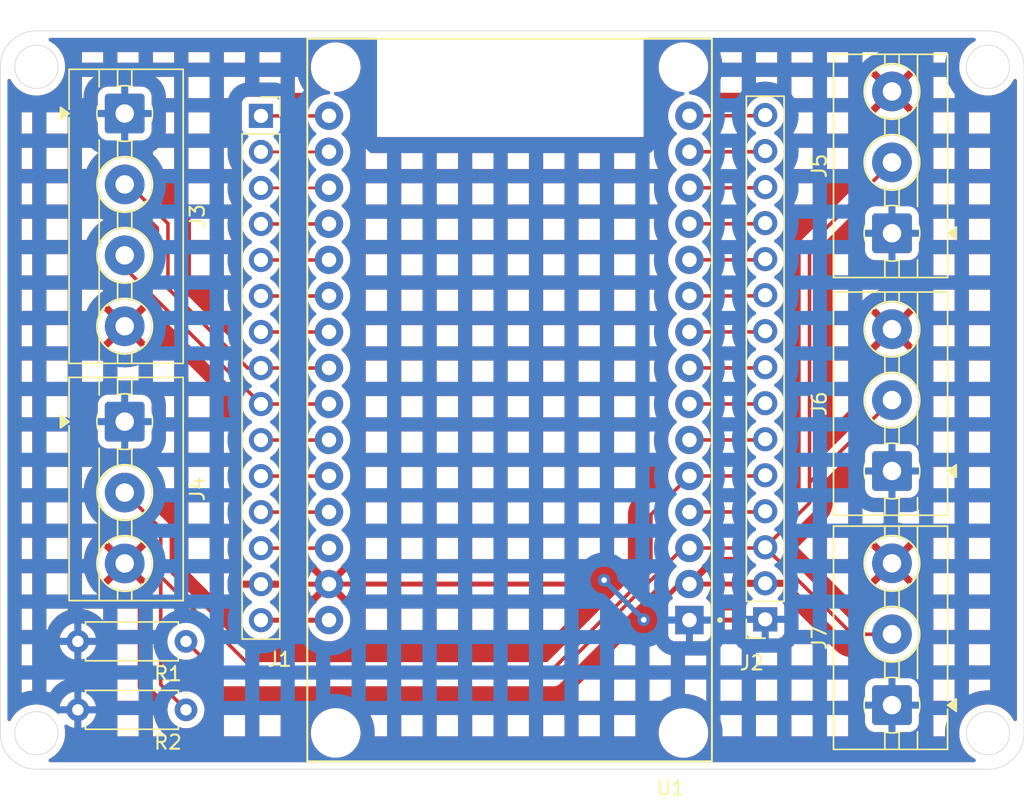
<source format=kicad_pcb>
(kicad_pcb (version 20240108) (generator "pcbnew") (generator_version "8.0")
  (title_block (title "${projectName}") (date "2025-01-24") (rev "${revision}"))
  (layers (0 "F.Cu" mixed) (31 "B.Cu" mixed) (34 "B.Paste" user) (35 "F.Paste" user) (36 "B.SilkS" user "B.Silkscreen") (37 "F.SilkS" user "F.Silkscreen") (38 "B.Mask" user) (39 "F.Mask" user) (44 "Edge.Cuts" user))
  (property "projectName" "Germinator PCB Board")
  (property "revision" "1.0")
  (net 0 "")
  (net 1 "/D27")
  (net 2 "/VP")
  (net 3 "/VIN")
  (net 4 "/D32")
  (net 5 "/D12")
  (net 6 "/D13")
  (net 7 "/D26")
  (net 8 "GND")
  (net 9 "/EN")
  (net 10 "/D14")
  (net 11 "/VN")
  (net 12 "/D25")
  (net 13 "/D35")
  (net 14 "/D33")
  (net 15 "/D34")
  (net 16 "/TX0")
  (net 17 "/D4")
  (net 18 "/Vcc")
  (net 19 "/D21")
  (net 20 "/D22")
  (net 21 "/D19")
  (net 22 "/D5")
  (net 23 "/RX0")
  (net 24 "/RX2")
  (net 25 "/D15")
  (net 26 "/TX2")
  (net 27 "/D18")
  (net 28 "/D2")
  (net 29 "/D23")
  (footprint "germinator-pcb-board-libraries:ESP32_DEVKIT_V1" (layer "F.Cu") (at 139.364 88.9 180)
    (property "Reference" "U1" (at -11.355 -27.36 0) (layer "F.SilkS"))
    (property "Value" "ESP32-DEVKIT-V1")
    (fp_line (start 14.23 25.475) (end -14.28 25.475) (stroke (width 0.127)) (layer "F.SilkS"))
    (fp_line (start 14.23 -25.475) (end 14.23 25.475) (stroke (width 0.127)) (layer "F.SilkS"))
    (fp_line (start 14.23 -25.475) (end 14.23 25.475) (stroke (width 0.127)) (layer "F.SilkS"))
    (fp_line (start 8.78 25.475) (end 14.23 25.475) (stroke (width 0.127)) (layer "F.SilkS"))
    (fp_line (start 3.5 -25.475) (end 14.23 -25.475) (stroke (width 0.127)) (layer "F.SilkS"))
    (fp_line (start -3.211 -25.475) (end 3.5 -25.475) (stroke (width 0.127)) (layer "F.SilkS"))
    (fp_line (start -8.91 25.475) (end 8.78 25.475) (stroke (width 0.127)) (layer "F.SilkS"))
    (fp_line (start -14.28 25.475) (end -8.91 25.475) (stroke (width 0.127)) (layer "F.SilkS"))
    (fp_line (start -14.28 25.475) (end -14.28 -25.475) (stroke (width 0.127)) (layer "F.SilkS"))
    (fp_line (start -14.28 25.475) (end -14.28 -25.475) (stroke (width 0.127)) (layer "F.SilkS"))
    (fp_line (start -14.28 -25.475) (end 14.23 -25.475) (stroke (width 0.127)) (layer "F.SilkS"))
    (fp_line (start -14.28 -25.475) (end -3.211 -25.475) (stroke (width 0.127)) (layer "F.SilkS"))
    (fp_circle (center -14.85 -15.515) (end -14.75 -15.515) (stroke (width 0.2)) (fill none) (layer "F.SilkS"))
    (pad "" np_thru_hole circle (at -12.28 -23.475 180) (size 3 3) (drill 3) (layers "*.Cu" "*.Mask"))
    (pad "" np_thru_hole circle (at -12.28 23.475 180) (size 3 3) (drill 3) (layers "*.Cu" "*.Mask"))
    (pad "" np_thru_hole circle (at 12.23 -23.475 180) (size 3 3) (drill 3) (layers "*.Cu" "*.Mask"))
    (pad "" np_thru_hole circle (at 12.23 23.475 180) (size 3 3) (drill 3) (layers "*.Cu" "*.Mask"))
    (pad "1" thru_hole rect (at -12.7 -15.515 180) (size 2 2) (drill 1.02) (layers "*.Cu" "*.Mask") (net 18 "/Vcc"))
    (pad "2" thru_hole circle (at -12.7 -12.975 180) (size 2 2) (drill 1.02) (layers "*.Cu" "*.Mask") (net 8 "GND"))
    (pad "3" thru_hole circle (at -12.7 -10.435 180) (size 2 2) (drill 1.02) (layers "*.Cu" "*.Mask") (net 25 "/D15"))
    (pad "4" thru_hole circle (at -12.7 -7.895 180) (size 2 2) (drill 1.02) (layers "*.Cu" "*.Mask") (net 28 "/D2"))
    (pad "5" thru_hole circle (at -12.7 -5.355 180) (size 2 2) (drill 1.02) (layers "*.Cu" "*.Mask") (net 17 "/D4"))
    (pad "6" thru_hole circle (at -12.7 -2.815 180) (size 2 2) (drill 1.02) (layers "*.Cu" "*.Mask") (net 24 "/RX2"))
    (pad "7" thru_hole circle (at -12.7 -0.275 180) (size 2 2) (drill 1.02) (layers "*.Cu" "*.Mask") (net 26 "/TX2"))
    (pad "8" thru_hole circle (at -12.7 2.265 180) (size 2 2) (drill 1.02) (layers "*.Cu" "*.Mask") (net 22 "/D5"))
    (pad "9" thru_hole circle (at -12.7 4.805 180) (size 2 2) (drill 1.02) (layers "*.Cu" "*.Mask") (net 27 "/D18"))
    (pad "10" thru_hole circle (at -12.7 7.345 180) (size 2 2) (drill 1.02) (layers "*.Cu" "*.Mask") (net 21 "/D19"))
    (pad "11" thru_hole circle (at -12.7 9.885 180) (size 2 2) (drill 1.02) (layers "*.Cu" "*.Mask") (net 19 "/D21"))
    (pad "12" thru_hole circle (at -12.7 12.425 180) (size 2 2) (drill 1.02) (layers "*.Cu" "*.Mask") (net 23 "/RX0"))
    (pad "13" thru_hole circle (at -12.7 14.965 180) (size 2 2) (drill 1.02) (layers "*.Cu" "*.Mask") (net 16 "/TX0"))
    (pad "14" thru_hole circle (at -12.7 17.505 180) (size 2 2) (drill 1.02) (layers "*.Cu" "*.Mask") (net 20 "/D22"))
    (pad "15" thru_hole circle (at -12.7 20.045 180) (size 2 2) (drill 1.02) (layers "*.Cu" "*.Mask") (net 29 "/D23"))
    (pad "16" thru_hole circle (at 12.7 20.045 180) (size 2 2) (drill 1.02) (layers "*.Cu" "*.Mask") (net 9 "/EN"))
    (pad "17" thru_hole circle (at 12.7 17.505 180) (size 2 2) (drill 1.02) (layers "*.Cu" "*.Mask") (net 2 "/VP"))
    (pad "18" thru_hole circle (at 12.7 14.965 180) (size 2 2) (drill 1.02) (layers "*.Cu" "*.Mask") (net 11 "/VN"))
    (pad "19" thru_hole circle (at 12.7 12.425 180) (size 2 2) (drill 1.02) (layers "*.Cu" "*.Mask") (net 15 "/D34"))
    (pad "20" thru_hole circle (at 12.7 9.885 180) (size 2 2) (drill 1.02) (layers "*.Cu" "*.Mask") (net 13 "/D35"))
    (pad "21" thru_hole circle (at 12.7 7.345 180) (size 2 2) (drill 1.02) (layers "*.Cu" "*.Mask") (net 4 "/D32"))
    (pad "22" thru_hole circle (at 12.7 4.805 180) (size 2 2) (drill 1.02) (layers "*.Cu" "*.Mask") (net 14 "/D33"))
    (pad "23" thru_hole circle (at 12.7 2.265 180) (size 2 2) (drill 1.02) (layers "*.Cu" "*.Mask") (net 12 "/D25"))
    (pad "24" thru_hole circle (at 12.7 -0.275 180) (size 2 2) (drill 1.02) (layers "*.Cu" "*.Mask") (net 7 "/D26"))
    (pad "25" thru_hole circle (at 12.7 -2.815 180) (size 2 2) (drill 1.02) (layers "*.Cu" "*.Mask") (net 1 "/D27"))
    (pad "26" thru_hole circle (at 12.7 -5.355 180) (size 2 2) (drill 1.02) (layers "*.Cu" "*.Mask") (net 10 "/D14"))
    (pad "27" thru_hole circle (at 12.7 -7.895 180) (size 2 2) (drill 1.02) (layers "*.Cu" "*.Mask") (net 5 "/D12"))
    (pad "28" thru_hole circle (at 12.7 -10.435 180) (size 2 2) (drill 1.02) (layers "*.Cu" "*.Mask") (net 6 "/D13"))
    (pad "29" thru_hole circle (at 12.7 -12.975 180) (size 2 2) (drill 1.02) (layers "*.Cu" "*.Mask") (net 8 "GND"))
    (pad "30" thru_hole circle (at 12.7 -15.515 180) (size 2 2) (drill 1.02) (layers "*.Cu" "*.Mask") (net 3 "/VIN"))
    (zone (net 0) (net_name "") (layer "F.Cu") (connect_pads (clearance 0)) (min_thickness 0.01)
      (keepout (tracks not_allowed) (vias not_allowed) (pads not_allowed) (copperpour not_allowed) (footprints allowed))
      (fill (thermal_gap 0.508) (thermal_bridge_width 0.508))
      (polygon (pts (xy 148.274 69.915) (xy 130.584 69.915) (xy 130.584 63.425) (xy 148.274 63.425)))
    )
    (zone (net 0) (net_name "") (layer "B.Cu") (connect_pads (clearance 0)) (min_thickness 0.01)
      (keepout (tracks not_allowed) (vias not_allowed) (pads not_allowed) (copperpour not_allowed) (footprints allowed))
      (fill (thermal_gap 0.508) (thermal_bridge_width 0.508))
      (polygon (pts (xy 148.274 69.915) (xy 130.584 69.915) (xy 130.584 63.425) (xy 148.274 63.425)))
    )
  )
  (footprint "TerminalBlock:TerminalBlock_MaiXu_MX126-5.0-04P_1x04_P5.00mm" (layer "F.Cu") (at 112.268 68.696 -90)
    (property "Reference" "J3" (at 7.25 -5.12 90) (layer "F.SilkS"))
    (property "Value" "Screw_Terminal_01x04" (hide yes))
    (fp_line (start -3.12 3.92) (end -0.3 3.92) (stroke (width 0.12)) (layer "F.SilkS"))
    (fp_line (start 0.3 3.92) (end 17.62 3.92) (stroke (width 0.12)) (layer "F.SilkS"))
    (fp_line (start -3.12 1.8) (end -1.88 1.8) (stroke (width 0.12)) (layer "F.SilkS"))
    (fp_line (start 1.88 1.8) (end 4.457 1.8) (stroke (width 0.12)) (layer "F.SilkS"))
    (fp_line (start 5.543 1.8) (end 9.457 1.8) (stroke (width 0.12)) (layer "F.SilkS"))
    (fp_line (start 10.543 1.8) (end 14.457 1.8) (stroke (width 0.12)) (layer "F.SilkS"))
    (fp_line (start 15.543 1.8) (end 17.62 1.8) (stroke (width 0.12)) (layer "F.SilkS"))
    (fp_line (start 3.795 1.443) (end 3.752 1.486) (stroke (width 0.12)) (layer "F.SilkS"))
    (fp_line (start 8.795 1.443) (end 8.752 1.486) (stroke (width 0.12)) (layer "F.SilkS"))
    (fp_line (start 13.795 1.443) (end 13.752 1.486) (stroke (width 0.12)) (layer "F.SilkS"))
    (fp_line (start 3.556 1.204) (end 3.513 1.247) (stroke (width 0.12)) (layer "F.SilkS"))
    (fp_line (start 8.556 1.204) (end 8.513 1.247) (stroke (width 0.12)) (layer "F.SilkS"))
    (fp_line (start 13.556 1.204) (end 13.513 1.247) (stroke (width 0.12)) (layer "F.SilkS"))
    (fp_line (start -3.12 0.5) (end -1.88 0.5) (stroke (width 0.12)) (layer "F.SilkS"))
    (fp_line (start 1.88 0.5) (end 3.188 0.5) (stroke (width 0.12)) (layer "F.SilkS"))
    (fp_line (start 6.812 0.5) (end 8.188 0.5) (stroke (width 0.12)) (layer "F.SilkS"))
    (fp_line (start 11.812 0.5) (end 13.188 0.5) (stroke (width 0.12)) (layer "F.SilkS"))
    (fp_line (start 16.812 0.5) (end 17.62 0.5) (stroke (width 0.12)) (layer "F.SilkS"))
    (fp_line (start -3.12 -0.5) (end -1.88 -0.5) (stroke (width 0.12)) (layer "F.SilkS"))
    (fp_line (start 1.88 -0.5) (end 3.188 -0.5) (stroke (width 0.12)) (layer "F.SilkS"))
    (fp_line (start 6.812 -0.5) (end 8.188 -0.5) (stroke (width 0.12)) (layer "F.SilkS"))
    (fp_line (start 11.812 -0.5) (end 13.188 -0.5) (stroke (width 0.12)) (layer "F.SilkS"))
    (fp_line (start 16.812 -0.5) (end 17.62 -0.5) (stroke (width 0.12)) (layer "F.SilkS"))
    (fp_line (start 6.487 -1.247) (end 6.444 -1.204) (stroke (width 0.12)) (layer "F.SilkS"))
    (fp_line (start 11.487 -1.247) (end 11.444 -1.204) (stroke (width 0.12)) (layer "F.SilkS"))
    (fp_line (start 16.487 -1.247) (end 16.444 -1.204) (stroke (width 0.12)) (layer "F.SilkS"))
    (fp_line (start 6.247 -1.486) (end 6.204 -1.443) (stroke (width 0.12)) (layer "F.SilkS"))
    (fp_line (start 11.247 -1.486) (end 11.204 -1.443) (stroke (width 0.12)) (layer "F.SilkS"))
    (fp_line (start 16.247 -1.486) (end 16.204 -1.443) (stroke (width 0.12)) (layer "F.SilkS"))
    (fp_line (start -3.12 -4.12) (end -3.12 3.92) (stroke (width 0.12)) (layer "F.SilkS"))
    (fp_line (start -3.12 -4.12) (end 17.62 -4.12) (stroke (width 0.12)) (layer "F.SilkS"))
    (fp_line (start 17.62 -4.12) (end 17.62 3.92) (stroke (width 0.12)) (layer "F.SilkS"))
    (fp_arc (start 0.554 1.88) (mid -0.000246 1.959928) (end -0.554472 1.879861) (stroke (width 0.12)) (layer "F.SilkS"))
    (fp_arc (start -1.88 0.554) (mid -1.959928 -0.000246) (end -1.879861 -0.554472) (stroke (width 0.12)) (layer "F.SilkS"))
    (fp_arc (start 1.88 -0.554) (mid 1.959928 0.000246) (end 1.879861 0.554472) (stroke (width 0.12)) (layer "F.SilkS"))
    (fp_arc (start -0.554 -1.88) (mid 0.000246 -1.959928) (end 0.554472 -1.879861) (stroke (width 0.12)) (layer "F.SilkS"))
    (fp_circle (center 5 0) (end 6.96 0) (stroke (width 0.12)) (fill none) (layer "F.SilkS"))
    (fp_circle (center 10 0) (end 11.96 0) (stroke (width 0.12)) (fill none) (layer "F.SilkS"))
    (fp_circle (center 15 0) (end 16.96 0) (stroke (width 0.12)) (fill none) (layer "F.SilkS"))
    (fp_poly (pts (xy 0 3.92) (xy 0.44 4.53) (xy -0.44 4.53) (xy 0 3.92)) (stroke (width 0.12)) (fill solid) (layer "F.SilkS"))
    (pad "1" thru_hole roundrect (at 0 0 270) (size 2.8 2.8) (drill 1.3) (layers "*.Cu" "*.Mask") (roundrect_rratio 0.089286) (net 18 "/Vcc"))
    (pad "2" thru_hole circle (at 5 0 270) (size 2.8 2.8) (drill 1.3) (layers "*.Cu" "*.Mask") (net 12 "/D25"))
    (pad "3" thru_hole circle (at 10 0 270) (size 2.8 2.8) (drill 1.3) (layers "*.Cu" "*.Mask") (net 7 "/D26"))
    (pad "4" thru_hole circle (at 15 0 270) (size 2.8 2.8) (drill 1.3) (layers "*.Cu" "*.Mask") (net 8 "GND"))
  )
  (footprint "Resistor_THT:R_Axial_DIN0207_L6.3mm_D2.5mm_P7.62mm_Horizontal" (layer "F.Cu") (at 116.586 110.744 180)
    (property "Reference" "R2" (at 1.27 -2.286 0) (layer "F.SilkS"))
    (property "Value" "10 K")
    (fp_line (start 7.08 1.37) (end 7.08 1.04) (stroke (width 0.12)) (layer "F.SilkS"))
    (fp_line (start 7.08 -1.37) (end 7.08 -1.04) (stroke (width 0.12)) (layer "F.SilkS"))
    (fp_line (start 0.54 1.37) (end 7.08 1.37) (stroke (width 0.12)) (layer "F.SilkS"))
    (fp_line (start 0.54 1.04) (end 0.54 1.37) (stroke (width 0.12)) (layer "F.SilkS"))
    (fp_line (start 0.54 -1.04) (end 0.54 -1.37) (stroke (width 0.12)) (layer "F.SilkS"))
    (fp_line (start 0.54 -1.37) (end 7.08 -1.37) (stroke (width 0.12)) (layer "F.SilkS"))
    (pad "1" thru_hole circle (at 0 0 180) (size 1.6 1.6) (drill 0.8) (layers "*.Cu" "*.Mask") (net 17 "/D4"))
    (pad "2" thru_hole oval (at 7.62 0 180) (size 1.6 1.6) (drill 0.8) (layers "*.Cu" "*.Mask") (net 18 "/Vcc"))
  )
  (footprint "Connector_PinSocket_2.54mm:PinSocket_1x15_P2.54mm_Vertical" (layer "F.Cu") (at 157.404 104.364 180)
    (property "Reference" "J2" (at 0.94 -3.078 0) (layer "F.SilkS"))
    (property "Value" "Conn_01x15_Socket" (hide yes))
    (fp_line (start 1.33 1.27) (end 1.33 36.89) (stroke (width 0.12)) (layer "F.SilkS"))
    (fp_line (start 1.33 -1.33) (end 1.33 0) (stroke (width 0.12)) (layer "F.SilkS"))
    (fp_line (start 0 -1.33) (end 1.33 -1.33) (stroke (width 0.12)) (layer "F.SilkS"))
    (fp_line (start -1.33 36.89) (end 1.33 36.89) (stroke (width 0.12)) (layer "F.SilkS"))
    (fp_line (start -1.33 1.27) (end 1.33 1.27) (stroke (width 0.12)) (layer "F.SilkS"))
    (fp_line (start -1.33 1.27) (end -1.33 36.89) (stroke (width 0.12)) (layer "F.SilkS"))
    (pad "1" thru_hole rect (at 0 0 180) (size 1.7 1.7) (drill 1) (layers "*.Cu" "*.Mask") (net 18 "/Vcc"))
    (pad "2" thru_hole oval (at 0 2.54 180) (size 1.7 1.7) (drill 1) (layers "*.Cu" "*.Mask") (net 8 "GND"))
    (pad "3" thru_hole oval (at 0 5.08 180) (size 1.7 1.7) (drill 1) (layers "*.Cu" "*.Mask") (net 25 "/D15"))
    (pad "4" thru_hole oval (at 0 7.62 180) (size 1.7 1.7) (drill 1) (layers "*.Cu" "*.Mask") (net 28 "/D2"))
    (pad "5" thru_hole oval (at 0 10.16 180) (size 1.7 1.7) (drill 1) (layers "*.Cu" "*.Mask") (net 17 "/D4"))
    (pad "6" thru_hole oval (at 0 12.7 180) (size 1.7 1.7) (drill 1) (layers "*.Cu" "*.Mask") (net 24 "/RX2"))
    (pad "7" thru_hole oval (at 0 15.24 180) (size 1.7 1.7) (drill 1) (layers "*.Cu" "*.Mask") (net 26 "/TX2"))
    (pad "8" thru_hole oval (at 0 17.78 180) (size 1.7 1.7) (drill 1) (layers "*.Cu" "*.Mask") (net 22 "/D5"))
    (pad "9" thru_hole oval (at 0 20.32 180) (size 1.7 1.7) (drill 1) (layers "*.Cu" "*.Mask") (net 27 "/D18"))
    (pad "10" thru_hole oval (at 0 22.86 180) (size 1.7 1.7) (drill 1) (layers "*.Cu" "*.Mask") (net 21 "/D19"))
    (pad "11" thru_hole oval (at 0 25.4 180) (size 1.7 1.7) (drill 1) (layers "*.Cu" "*.Mask") (net 19 "/D21"))
    (pad "12" thru_hole oval (at 0 27.94 180) (size 1.7 1.7) (drill 1) (layers "*.Cu" "*.Mask") (net 23 "/RX0"))
    (pad "13" thru_hole oval (at 0 30.48 180) (size 1.7 1.7) (drill 1) (layers "*.Cu" "*.Mask") (net 16 "/TX0"))
    (pad "14" thru_hole oval (at 0 33.02 180) (size 1.7 1.7) (drill 1) (layers "*.Cu" "*.Mask") (net 20 "/D22"))
    (pad "15" thru_hole oval (at 0 35.56 180) (size 1.7 1.7) (drill 1) (layers "*.Cu" "*.Mask") (net 29 "/D23"))
  )
  (footprint "TerminalBlock:TerminalBlock_MaiXu_MX126-5.0-03P_1x03_P5.00mm" (layer "F.Cu") (at 166.3375 110.414 90)
    (property "Reference" "J7" (at 4.75 -5.12 90) (layer "F.SilkS"))
    (property "Value" "Screw_Terminal_01x03" (hide yes))
    (fp_line (start 12.62 -4.12) (end 12.62 3.92) (stroke (width 0.12)) (layer "F.SilkS"))
    (fp_line (start -3.12 -4.12) (end 12.62 -4.12) (stroke (width 0.12)) (layer "F.SilkS"))
    (fp_line (start -3.12 -4.12) (end -3.12 3.92) (stroke (width 0.12)) (layer "F.SilkS"))
    (fp_line (start 11.247 -1.486) (end 11.204 -1.443) (stroke (width 0.12)) (layer "F.SilkS"))
    (fp_line (start 6.247 -1.486) (end 6.204 -1.443) (stroke (width 0.12)) (layer "F.SilkS"))
    (fp_line (start 11.487 -1.247) (end 11.444 -1.204) (stroke (width 0.12)) (layer "F.SilkS"))
    (fp_line (start 6.487 -1.247) (end 6.444 -1.204) (stroke (width 0.12)) (layer "F.SilkS"))
    (fp_line (start 11.812 -0.5) (end 12.62 -0.5) (stroke (width 0.12)) (layer "F.SilkS"))
    (fp_line (start 6.812 -0.5) (end 8.188 -0.5) (stroke (width 0.12)) (layer "F.SilkS"))
    (fp_line (start 1.88 -0.5) (end 3.188 -0.5) (stroke (width 0.12)) (layer "F.SilkS"))
    (fp_line (start -3.12 -0.5) (end -1.88 -0.5) (stroke (width 0.12)) (layer "F.SilkS"))
    (fp_line (start 11.812 0.5) (end 12.62 0.5) (stroke (width 0.12)) (layer "F.SilkS"))
    (fp_line (start 6.812 0.5) (end 8.188 0.5) (stroke (width 0.12)) (layer "F.SilkS"))
    (fp_line (start 1.88 0.5) (end 3.188 0.5) (stroke (width 0.12)) (layer "F.SilkS"))
    (fp_line (start -3.12 0.5) (end -1.88 0.5) (stroke (width 0.12)) (layer "F.SilkS"))
    (fp_line (start 8.556 1.204) (end 8.513 1.247) (stroke (width 0.12)) (layer "F.SilkS"))
    (fp_line (start 3.556 1.204) (end 3.513 1.247) (stroke (width 0.12)) (layer "F.SilkS"))
    (fp_line (start 8.795 1.443) (end 8.752 1.486) (stroke (width 0.12)) (layer "F.SilkS"))
    (fp_line (start 3.795 1.443) (end 3.752 1.486) (stroke (width 0.12)) (layer "F.SilkS"))
    (fp_line (start 10.543 1.8) (end 12.62 1.8) (stroke (width 0.12)) (layer "F.SilkS"))
    (fp_line (start 5.543 1.8) (end 9.457 1.8) (stroke (width 0.12)) (layer "F.SilkS"))
    (fp_line (start 1.88 1.8) (end 4.457 1.8) (stroke (width 0.12)) (layer "F.SilkS"))
    (fp_line (start -3.12 1.8) (end -1.88 1.8) (stroke (width 0.12)) (layer "F.SilkS"))
    (fp_line (start 0.3 3.92) (end 12.62 3.92) (stroke (width 0.12)) (layer "F.SilkS"))
    (fp_line (start -3.12 3.92) (end -0.3 3.92) (stroke (width 0.12)) (layer "F.SilkS"))
    (fp_arc (start -0.554 -1.88) (mid 0.000246 -1.959928) (end 0.554472 -1.879861) (stroke (width 0.12)) (layer "F.SilkS"))
    (fp_arc (start 1.88 -0.554) (mid 1.959928 0.000246) (end 1.879861 0.554472) (stroke (width 0.12)) (layer "F.SilkS"))
    (fp_arc (start -1.88 0.554) (mid -1.959928 -0.000246) (end -1.879861 -0.554472) (stroke (width 0.12)) (layer "F.SilkS"))
    (fp_arc (start 0.554 1.88) (mid -0.000246 1.959928) (end -0.554472 1.879861) (stroke (width 0.12)) (layer "F.SilkS"))
    (fp_circle (center 10 0) (end 11.96 0) (stroke (width 0.12)) (fill none) (layer "F.SilkS"))
    (fp_circle (center 5 0) (end 6.96 0) (stroke (width 0.12)) (fill none) (layer "F.SilkS"))
    (fp_poly (pts (xy 0 3.92) (xy 0.44 4.53) (xy -0.44 4.53) (xy 0 3.92)) (stroke (width 0.12)) (fill solid) (layer "F.SilkS"))
    (pad "1" thru_hole roundrect (at 0 0 90) (size 2.8 2.8) (drill 1.3) (layers "*.Cu" "*.Mask") (roundrect_rratio 0.089286) (net 18 "/Vcc"))
    (pad "2" thru_hole circle (at 5 0 90) (size 2.8 2.8) (drill 1.3) (layers "*.Cu" "*.Mask") (net 25 "/D15"))
    (pad "3" thru_hole circle (at 10 0 90) (size 2.8 2.8) (drill 1.3) (layers "*.Cu" "*.Mask") (net 8 "GND"))
  )
  (footprint "TerminalBlock:TerminalBlock_MaiXu_MX126-5.0-03P_1x03_P5.00mm" (layer "F.Cu") (at 166.3375 77.14 90)
    (property "Reference" "J5" (at 4.75 -5.12 90) (layer "F.SilkS"))
    (property "Value" "Screw_Terminal_01x03" (hide yes))
    (fp_line (start 12.62 -4.12) (end 12.62 3.92) (stroke (width 0.12)) (layer "F.SilkS"))
    (fp_line (start -3.12 -4.12) (end 12.62 -4.12) (stroke (width 0.12)) (layer "F.SilkS"))
    (fp_line (start -3.12 -4.12) (end -3.12 3.92) (stroke (width 0.12)) (layer "F.SilkS"))
    (fp_line (start 11.247 -1.486) (end 11.204 -1.443) (stroke (width 0.12)) (layer "F.SilkS"))
    (fp_line (start 6.247 -1.486) (end 6.204 -1.443) (stroke (width 0.12)) (layer "F.SilkS"))
    (fp_line (start 11.487 -1.247) (end 11.444 -1.204) (stroke (width 0.12)) (layer "F.SilkS"))
    (fp_line (start 6.487 -1.247) (end 6.444 -1.204) (stroke (width 0.12)) (layer "F.SilkS"))
    (fp_line (start 11.812 -0.5) (end 12.62 -0.5) (stroke (width 0.12)) (layer "F.SilkS"))
    (fp_line (start 6.812 -0.5) (end 8.188 -0.5) (stroke (width 0.12)) (layer "F.SilkS"))
    (fp_line (start 1.88 -0.5) (end 3.188 -0.5) (stroke (width 0.12)) (layer "F.SilkS"))
    (fp_line (start -3.12 -0.5) (end -1.88 -0.5) (stroke (width 0.12)) (layer "F.SilkS"))
    (fp_line (start 11.812 0.5) (end 12.62 0.5) (stroke (width 0.12)) (layer "F.SilkS"))
    (fp_line (start 6.812 0.5) (end 8.188 0.5) (stroke (width 0.12)) (layer "F.SilkS"))
    (fp_line (start 1.88 0.5) (end 3.188 0.5) (stroke (width 0.12)) (layer "F.SilkS"))
    (fp_line (start -3.12 0.5) (end -1.88 0.5) (stroke (width 0.12)) (layer "F.SilkS"))
    (fp_line (start 8.556 1.204) (end 8.513 1.247) (stroke (width 0.12)) (layer "F.SilkS"))
    (fp_line (start 3.556 1.204) (end 3.513 1.247) (stroke (width 0.12)) (layer "F.SilkS"))
    (fp_line (start 8.795 1.443) (end 8.752 1.486) (stroke (width 0.12)) (layer "F.SilkS"))
    (fp_line (start 3.795 1.443) (end 3.752 1.486) (stroke (width 0.12)) (layer "F.SilkS"))
    (fp_line (start 10.543 1.8) (end 12.62 1.8) (stroke (width 0.12)) (layer "F.SilkS"))
    (fp_line (start 5.543 1.8) (end 9.457 1.8) (stroke (width 0.12)) (layer "F.SilkS"))
    (fp_line (start 1.88 1.8) (end 4.457 1.8) (stroke (width 0.12)) (layer "F.SilkS"))
    (fp_line (start -3.12 1.8) (end -1.88 1.8) (stroke (width 0.12)) (layer "F.SilkS"))
    (fp_line (start 0.3 3.92) (end 12.62 3.92) (stroke (width 0.12)) (layer "F.SilkS"))
    (fp_line (start -3.12 3.92) (end -0.3 3.92) (stroke (width 0.12)) (layer "F.SilkS"))
    (fp_arc (start -0.554 -1.88) (mid 0.000246 -1.959928) (end 0.554472 -1.879861) (stroke (width 0.12)) (layer "F.SilkS"))
    (fp_arc (start 1.88 -0.554) (mid 1.959928 0.000246) (end 1.879861 0.554472) (stroke (width 0.12)) (layer "F.SilkS"))
    (fp_arc (start -1.88 0.554) (mid -1.959928 -0.000246) (end -1.879861 -0.554472) (stroke (width 0.12)) (layer "F.SilkS"))
    (fp_arc (start 0.554 1.88) (mid -0.000246 1.959928) (end -0.554472 1.879861) (stroke (width 0.12)) (layer "F.SilkS"))
    (fp_circle (center 10 0) (end 11.96 0) (stroke (width 0.12)) (fill none) (layer "F.SilkS"))
    (fp_circle (center 5 0) (end 6.96 0) (stroke (width 0.12)) (fill none) (layer "F.SilkS"))
    (fp_poly (pts (xy 0 3.92) (xy 0.44 4.53) (xy -0.44 4.53) (xy 0 3.92)) (stroke (width 0.12)) (fill solid) (layer "F.SilkS"))
    (pad "1" thru_hole roundrect (at 0 0 90) (size 2.8 2.8) (drill 1.3) (layers "*.Cu" "*.Mask") (roundrect_rratio 0.089286) (net 18 "/Vcc"))
    (pad "2" thru_hole circle (at 5 0 90) (size 2.8 2.8) (drill 1.3) (layers "*.Cu" "*.Mask") (net 25 "/D15"))
    (pad "3" thru_hole circle (at 10 0 90) (size 2.8 2.8) (drill 1.3) (layers "*.Cu" "*.Mask") (net 8 "GND"))
  )
  (footprint "TerminalBlock:TerminalBlock_MaiXu_MX126-5.0-03P_1x03_P5.00mm" (layer "F.Cu") (at 112.268 90.424 -90)
    (property "Reference" "J4" (at 4.75 -5.12 90) (layer "F.SilkS"))
    (property "Value" "Screw_Terminal_01x03" (hide yes))
    (fp_line (start -3.12 3.92) (end -0.3 3.92) (stroke (width 0.12)) (layer "F.SilkS"))
    (fp_line (start 0.3 3.92) (end 12.62 3.92) (stroke (width 0.12)) (layer "F.SilkS"))
    (fp_line (start -3.12 1.8) (end -1.88 1.8) (stroke (width 0.12)) (layer "F.SilkS"))
    (fp_line (start 1.88 1.8) (end 4.457 1.8) (stroke (width 0.12)) (layer "F.SilkS"))
    (fp_line (start 5.543 1.8) (end 9.457 1.8) (stroke (width 0.12)) (layer "F.SilkS"))
    (fp_line (start 10.543 1.8) (end 12.62 1.8) (stroke (width 0.12)) (layer "F.SilkS"))
    (fp_line (start 3.795 1.443) (end 3.752 1.486) (stroke (width 0.12)) (layer "F.SilkS"))
    (fp_line (start 8.795 1.443) (end 8.752 1.486) (stroke (width 0.12)) (layer "F.SilkS"))
    (fp_line (start 3.556 1.204) (end 3.513 1.247) (stroke (width 0.12)) (layer "F.SilkS"))
    (fp_line (start 8.556 1.204) (end 8.513 1.247) (stroke (width 0.12)) (layer "F.SilkS"))
    (fp_line (start -3.12 0.5) (end -1.88 0.5) (stroke (width 0.12)) (layer "F.SilkS"))
    (fp_line (start 1.88 0.5) (end 3.188 0.5) (stroke (width 0.12)) (layer "F.SilkS"))
    (fp_line (start 6.812 0.5) (end 8.188 0.5) (stroke (width 0.12)) (layer "F.SilkS"))
    (fp_line (start 11.812 0.5) (end 12.62 0.5) (stroke (width 0.12)) (layer "F.SilkS"))
    (fp_line (start -3.12 -0.5) (end -1.88 -0.5) (stroke (width 0.12)) (layer "F.SilkS"))
    (fp_line (start 1.88 -0.5) (end 3.188 -0.5) (stroke (width 0.12)) (layer "F.SilkS"))
    (fp_line (start 6.812 -0.5) (end 8.188 -0.5) (stroke (width 0.12)) (layer "F.SilkS"))
    (fp_line (start 11.812 -0.5) (end 12.62 -0.5) (stroke (width 0.12)) (layer "F.SilkS"))
    (fp_line (start 6.487 -1.247) (end 6.444 -1.204) (stroke (width 0.12)) (layer "F.SilkS"))
    (fp_line (start 11.487 -1.247) (end 11.444 -1.204) (stroke (width 0.12)) (layer "F.SilkS"))
    (fp_line (start 6.247 -1.486) (end 6.204 -1.443) (stroke (width 0.12)) (layer "F.SilkS"))
    (fp_line (start 11.247 -1.486) (end 11.204 -1.443) (stroke (width 0.12)) (layer "F.SilkS"))
    (fp_line (start -3.12 -4.12) (end -3.12 3.92) (stroke (width 0.12)) (layer "F.SilkS"))
    (fp_line (start -3.12 -4.12) (end 12.62 -4.12) (stroke (width 0.12)) (layer "F.SilkS"))
    (fp_line (start 12.62 -4.12) (end 12.62 3.92) (stroke (width 0.12)) (layer "F.SilkS"))
    (fp_arc (start 0.554 1.88) (mid -0.000246 1.959928) (end -0.554472 1.879861) (stroke (width 0.12)) (layer "F.SilkS"))
    (fp_arc (start -1.88 0.554) (mid -1.959928 -0.000246) (end -1.879861 -0.554472) (stroke (width 0.12)) (layer "F.SilkS"))
    (fp_arc (start 1.88 -0.554) (mid 1.959928 0.000246) (end 1.879861 0.554472) (stroke (width 0.12)) (layer "F.SilkS"))
    (fp_arc (start -0.554 -1.88) (mid 0.000246 -1.959928) (end 0.554472 -1.879861) (stroke (width 0.12)) (layer "F.SilkS"))
    (fp_circle (center 5 0) (end 6.96 0) (stroke (width 0.12)) (fill none) (layer "F.SilkS"))
    (fp_circle (center 10 0) (end 11.96 0) (stroke (width 0.12)) (fill none) (layer "F.SilkS"))
    (fp_poly (pts (xy 0 3.92) (xy 0.44 4.53) (xy -0.44 4.53) (xy 0 3.92)) (stroke (width 0.12)) (fill solid) (layer "F.SilkS"))
    (pad "1" thru_hole roundrect (at 0 0 270) (size 2.8 2.8) (drill 1.3) (layers "*.Cu" "*.Mask") (roundrect_rratio 0.089286) (net 18 "/Vcc"))
    (pad "2" thru_hole circle (at 5 0 270) (size 2.8 2.8) (drill 1.3) (layers "*.Cu" "*.Mask") (net 17 "/D4"))
    (pad "3" thru_hole circle (at 10 0 270) (size 2.8 2.8) (drill 1.3) (layers "*.Cu" "*.Mask") (net 8 "GND"))
  )
  (footprint "TerminalBlock:TerminalBlock_MaiXu_MX126-5.0-03P_1x03_P5.00mm" (layer "F.Cu") (at 166.3375 93.904 90)
    (property "Reference" "J6" (at 4.75 -5.12 90) (layer "F.SilkS"))
    (property "Value" "Screw_Terminal_01x03" (hide yes))
    (fp_line (start 12.62 -4.12) (end 12.62 3.92) (stroke (width 0.12)) (layer "F.SilkS"))
    (fp_line (start -3.12 -4.12) (end 12.62 -4.12) (stroke (width 0.12)) (layer "F.SilkS"))
    (fp_line (start -3.12 -4.12) (end -3.12 3.92) (stroke (width 0.12)) (layer "F.SilkS"))
    (fp_line (start 11.247 -1.486) (end 11.204 -1.443) (stroke (width 0.12)) (layer "F.SilkS"))
    (fp_line (start 6.247 -1.486) (end 6.204 -1.443) (stroke (width 0.12)) (layer "F.SilkS"))
    (fp_line (start 11.487 -1.247) (end 11.444 -1.204) (stroke (width 0.12)) (layer "F.SilkS"))
    (fp_line (start 6.487 -1.247) (end 6.444 -1.204) (stroke (width 0.12)) (layer "F.SilkS"))
    (fp_line (start 11.812 -0.5) (end 12.62 -0.5) (stroke (width 0.12)) (layer "F.SilkS"))
    (fp_line (start 6.812 -0.5) (end 8.188 -0.5) (stroke (width 0.12)) (layer "F.SilkS"))
    (fp_line (start 1.88 -0.5) (end 3.188 -0.5) (stroke (width 0.12)) (layer "F.SilkS"))
    (fp_line (start -3.12 -0.5) (end -1.88 -0.5) (stroke (width 0.12)) (layer "F.SilkS"))
    (fp_line (start 11.812 0.5) (end 12.62 0.5) (stroke (width 0.12)) (layer "F.SilkS"))
    (fp_line (start 6.812 0.5) (end 8.188 0.5) (stroke (width 0.12)) (layer "F.SilkS"))
    (fp_line (start 1.88 0.5) (end 3.188 0.5) (stroke (width 0.12)) (layer "F.SilkS"))
    (fp_line (start -3.12 0.5) (end -1.88 0.5) (stroke (width 0.12)) (layer "F.SilkS"))
    (fp_line (start 8.556 1.204) (end 8.513 1.247) (stroke (width 0.12)) (layer "F.SilkS"))
    (fp_line (start 3.556 1.204) (end 3.513 1.247) (stroke (width 0.12)) (layer "F.SilkS"))
    (fp_line (start 8.795 1.443) (end 8.752 1.486) (stroke (width 0.12)) (layer "F.SilkS"))
    (fp_line (start 3.795 1.443) (end 3.752 1.486) (stroke (width 0.12)) (layer "F.SilkS"))
    (fp_line (start 10.543 1.8) (end 12.62 1.8) (stroke (width 0.12)) (layer "F.SilkS"))
    (fp_line (start 5.543 1.8) (end 9.457 1.8) (stroke (width 0.12)) (layer "F.SilkS"))
    (fp_line (start 1.88 1.8) (end 4.457 1.8) (stroke (width 0.12)) (layer "F.SilkS"))
    (fp_line (start -3.12 1.8) (end -1.88 1.8) (stroke (width 0.12)) (layer "F.SilkS"))
    (fp_line (start 0.3 3.92) (end 12.62 3.92) (stroke (width 0.12)) (layer "F.SilkS"))
    (fp_line (start -3.12 3.92) (end -0.3 3.92) (stroke (width 0.12)) (layer "F.SilkS"))
    (fp_arc (start -0.554 -1.88) (mid 0.000246 -1.959928) (end 0.554472 -1.879861) (stroke (width 0.12)) (layer "F.SilkS"))
    (fp_arc (start 1.88 -0.554) (mid 1.959928 0.000246) (end 1.879861 0.554472) (stroke (width 0.12)) (layer "F.SilkS"))
    (fp_arc (start -1.88 0.554) (mid -1.959928 -0.000246) (end -1.879861 -0.554472) (stroke (width 0.12)) (layer "F.SilkS"))
    (fp_arc (start 0.554 1.88) (mid -0.000246 1.959928) (end -0.554472 1.879861) (stroke (width 0.12)) (layer "F.SilkS"))
    (fp_circle (center 10 0) (end 11.96 0) (stroke (width 0.12)) (fill none) (layer "F.SilkS"))
    (fp_circle (center 5 0) (end 6.96 0) (stroke (width 0.12)) (fill none) (layer "F.SilkS"))
    (fp_poly (pts (xy 0 3.92) (xy 0.44 4.53) (xy -0.44 4.53) (xy 0 3.92)) (stroke (width 0.12)) (fill solid) (layer "F.SilkS"))
    (pad "1" thru_hole roundrect (at 0 0 90) (size 2.8 2.8) (drill 1.3) (layers "*.Cu" "*.Mask") (roundrect_rratio 0.089286) (net 18 "/Vcc"))
    (pad "2" thru_hole circle (at 5 0 90) (size 2.8 2.8) (drill 1.3) (layers "*.Cu" "*.Mask") (net 25 "/D15"))
    (pad "3" thru_hole circle (at 10 0 90) (size 2.8 2.8) (drill 1.3) (layers "*.Cu" "*.Mask") (net 8 "GND"))
  )
  (footprint "Resistor_THT:R_Axial_DIN0207_L6.3mm_D2.5mm_P7.62mm_Horizontal" (layer "F.Cu") (at 116.586 105.918 180)
    (property "Reference" "R1" (at 1.27 -2.286 0) (layer "F.SilkS"))
    (property "Value" "4.7 K")
    (fp_line (start 7.08 1.37) (end 7.08 1.04) (stroke (width 0.12)) (layer "F.SilkS"))
    (fp_line (start 7.08 -1.37) (end 7.08 -1.04) (stroke (width 0.12)) (layer "F.SilkS"))
    (fp_line (start 0.54 1.37) (end 7.08 1.37) (stroke (width 0.12)) (layer "F.SilkS"))
    (fp_line (start 0.54 1.04) (end 0.54 1.37) (stroke (width 0.12)) (layer "F.SilkS"))
    (fp_line (start 0.54 -1.04) (end 0.54 -1.37) (stroke (width 0.12)) (layer "F.SilkS"))
    (fp_line (start 0.54 -1.37) (end 7.08 -1.37) (stroke (width 0.12)) (layer "F.SilkS"))
    (pad "1" thru_hole circle (at 0 0 180) (size 1.6 1.6) (drill 0.8) (layers "*.Cu" "*.Mask") (net 25 "/D15"))
    (pad "2" thru_hole oval (at 7.62 0 180) (size 1.6 1.6) (drill 0.8) (layers "*.Cu" "*.Mask") (net 18 "/Vcc"))
  )
  (footprint "Connector_PinSocket_2.54mm:PinSocket_1x15_P2.54mm_Vertical" (layer "F.Cu") (at 121.869 68.864)
    (property "Reference" "J1" (at 1.321 38.324 0) (layer "F.SilkS"))
    (property "Value" "Conn_01x15_Socket" (hide yes))
    (fp_line (start -1.33 1.27) (end -1.33 36.89) (stroke (width 0.12)) (layer "F.SilkS"))
    (fp_line (start -1.33 1.27) (end 1.33 1.27) (stroke (width 0.12)) (layer "F.SilkS"))
    (fp_line (start -1.33 36.89) (end 1.33 36.89) (stroke (width 0.12)) (layer "F.SilkS"))
    (fp_line (start 0 -1.33) (end 1.33 -1.33) (stroke (width 0.12)) (layer "F.SilkS"))
    (fp_line (start 1.33 -1.33) (end 1.33 0) (stroke (width 0.12)) (layer "F.SilkS"))
    (fp_line (start 1.33 1.27) (end 1.33 36.89) (stroke (width 0.12)) (layer "F.SilkS"))
    (pad "1" thru_hole rect (at 0 0) (size 1.7 1.7) (drill 1) (layers "*.Cu" "*.Mask") (net 9 "/EN"))
    (pad "2" thru_hole oval (at 0 2.54) (size 1.7 1.7) (drill 1) (layers "*.Cu" "*.Mask") (net 2 "/VP"))
    (pad "3" thru_hole oval (at 0 5.08) (size 1.7 1.7) (drill 1) (layers "*.Cu" "*.Mask") (net 11 "/VN"))
    (pad "4" thru_hole oval (at 0 7.62) (size 1.7 1.7) (drill 1) (layers "*.Cu" "*.Mask") (net 15 "/D34"))
    (pad "5" thru_hole oval (at 0 10.16) (size 1.7 1.7) (drill 1) (layers "*.Cu" "*.Mask") (net 13 "/D35"))
    (pad "6" thru_hole oval (at 0 12.7) (size 1.7 1.7) (drill 1) (layers "*.Cu" "*.Mask") (net 4 "/D32"))
    (pad "7" thru_hole oval (at 0 15.24) (size 1.7 1.7) (drill 1) (layers "*.Cu" "*.Mask") (net 14 "/D33"))
    (pad "8" thru_hole oval (at 0 17.78) (size 1.7 1.7) (drill 1) (layers "*.Cu" "*.Mask") (net 12 "/D25"))
    (pad "9" thru_hole oval (at 0 20.32) (size 1.7 1.7) (drill 1) (layers "*.Cu" "*.Mask") (net 7 "/D26"))
    (pad "10" thru_hole oval (at 0 22.86) (size 1.7 1.7) (drill 1) (layers "*.Cu" "*.Mask") (net 1 "/D27"))
    (pad "11" thru_hole oval (at 0 25.4) (size 1.7 1.7) (drill 1) (layers "*.Cu" "*.Mask") (net 10 "/D14"))
    (pad "12" thru_hole oval (at 0 27.94) (size 1.7 1.7) (drill 1) (layers "*.Cu" "*.Mask") (net 5 "/D12"))
    (pad "13" thru_hole oval (at 0 30.48) (size 1.7 1.7) (drill 1) (layers "*.Cu" "*.Mask") (net 6 "/D13"))
    (pad "14" thru_hole oval (at 0 33.02) (size 1.7 1.7) (drill 1) (layers "*.Cu" "*.Mask") (net 8 "GND"))
    (pad "15" thru_hole oval (at 0 35.56) (size 1.7 1.7) (drill 1) (layers "*.Cu" "*.Mask") (net 3 "/VIN"))
  )
  (gr_line (start 175.641 65.405) (end 175.641 112.395) (stroke (width 0.05)) (layer "Edge.Cuts"))
  (gr_line (start 173.101 114.935) (end 106.045 114.935) (stroke (width 0.05)) (layer "Edge.Cuts"))
  (gr_circle (center 106.045 65.405) (end 106.045 63.881) (stroke (width 0.05)) (fill none) (layer "Edge.Cuts"))
  (gr_arc (start 106.045 114.935) (mid 104.248949 114.191051) (end 103.505 112.395) (stroke (width 0.05)) (layer "Edge.Cuts"))
  (gr_arc (start 103.505 65.405) (mid 104.248949 63.608949) (end 106.045 62.865) (stroke (width 0.05)) (layer "Edge.Cuts"))
  (gr_circle (center 173.101 65.405) (end 173.101 63.881) (stroke (width 0.05)) (fill none) (layer "Edge.Cuts"))
  (gr_arc (start 175.641 112.395) (mid 174.897051 114.191051) (end 173.101 114.935) (stroke (width 0.05)) (layer "Edge.Cuts"))
  (gr_line (start 103.505 112.395) (end 103.505 65.405) (stroke (width 0.05)) (layer "Edge.Cuts"))
  (gr_line (start 106.045 62.865) (end 173.101 62.865) (stroke (width 0.05)) (layer "Edge.Cuts"))
  (gr_circle (center 173.101 112.395) (end 173.101 110.871) (stroke (width 0.05)) (fill none) (layer "Edge.Cuts"))
  (gr_circle (center 106.045 112.395) (end 106.045 110.871) (stroke (width 0.05)) (fill none) (layer "Edge.Cuts"))
  (gr_arc (start 173.101 62.865) (mid 174.897051 63.608949) (end 175.641 65.405) (stroke (width 0.05)) (layer "Edge.Cuts"))
  (segment (start 121.869 91.724) (end 126.655 91.724) (width 0.25) (layer "F.Cu") (net 1))
  (segment (start 126.655 91.724) (end 126.664 91.715) (width 0.25) (layer "F.Cu") (net 1))
  (segment (start 121.869 71.404) (end 126.655 71.404) (width 0.2) (layer "F.Cu") (net 2))
  (segment (start 126.655 71.404) (end 126.664 71.395) (width 0.2) (layer "F.Cu") (net 2))
  (segment (start 121.869 104.424) (end 126.655 104.424) (width 0.35) (layer "F.Cu") (net 3))
  (segment (start 126.655 104.424) (end 126.664 104.415) (width 0.35) (layer "F.Cu") (net 3))
  (segment (start 126.655 81.564) (end 126.664 81.555) (width 0.25) (layer "F.Cu") (net 4))
  (segment (start 121.869 81.564) (end 126.655 81.564) (width 0.25) (layer "F.Cu") (net 4))
  (segment (start 126.655 96.804) (end 126.664 96.795) (width 0.25) (layer "F.Cu") (net 5))
  (segment (start 121.869 96.804) (end 126.655 96.804) (width 0.25) (layer "F.Cu") (net 5))
  (segment (start 126.655 99.344) (end 126.664 99.335) (width 0.25) (layer "F.Cu") (net 6))
  (segment (start 121.869 99.344) (end 126.655 99.344) (width 0.25) (layer "F.Cu") (net 6))
  (segment (start 126.655 89.184) (end 126.664 89.175) (width 0.25) (layer "F.Cu") (net 7))
  (segment (start 121.869 89.184) (end 126.655 89.184) (width 0.25) (layer "F.Cu") (net 7))
  (segment (start 112.268 79.583) (end 121.869 89.184) (width 0.25) (layer "F.Cu") (net 7))
  (segment (start 112.268 78.696) (end 112.268 79.583) (width 0.25) (layer "F.Cu") (net 7))
  (segment (start 152.064 101.875) (end 151.363 101.875) (width 0.35) (layer "F.Cu") (net 8))
  (segment (start 146.05 101.6) (end 145.775 101.875) (width 0.35) (layer "F.Cu") (net 8))
  (segment (start 121.869 101.884) (end 126.655 101.884) (width 0.35) (layer "F.Cu") (net 8))
  (segment (start 145.775 101.875) (end 126.664 101.875) (width 0.35) (layer "F.Cu") (net 8))
  (segment (start 152.064 101.875) (end 157.353 101.875) (width 0.35) (layer "F.Cu") (net 8))
  (segment (start 151.363 101.875) (end 148.844 104.394) (width 0.35) (layer "F.Cu") (net 8))
  (segment (start 126.655 101.884) (end 126.664 101.875) (width 0.35) (layer "F.Cu") (net 8))
  (segment (start 157.353 101.875) (end 157.404 101.824) (width 0.35) (layer "F.Cu") (net 8))
  (via (at 146.05 101.6) (size 0.9) (drill 0.4) (layers "F.Cu" "B.Cu") (net 8))
  (via (at 148.844 104.394) (size 0.9) (drill 0.4) (layers "F.Cu" "B.Cu") (net 8))
  (segment (start 148.844 104.394) (end 146.05 101.6) (width 0.35) (layer "B.Cu") (net 8))
  (segment (start 121.869 68.864) (end 126.655 68.864) (width 0.25) (layer "F.Cu") (net 9))
  (segment (start 126.655 68.864) (end 126.664 68.855) (width 0.25) (layer "F.Cu") (net 9))
  (segment (start 121.869 94.264) (end 126.655 94.264) (width 0.25) (layer "F.Cu") (net 10))
  (segment (start 126.655 94.264) (end 126.664 94.255) (width 0.25) (layer "F.Cu") (net 10))
  (segment (start 126.655 73.944) (end 126.664 73.935) (width 0.2) (layer "F.Cu") (net 11))
  (segment (start 121.869 73.944) (end 126.655 73.944) (width 0.2) (layer "F.Cu") (net 11))
  (segment (start 112.268 73.696) (end 112.558 73.696) (width 0.25) (layer "F.Cu") (net 12))
  (segment (start 115.316 81.026) (end 120.934 86.644) (width 0.25) (layer "F.Cu") (net 12))
  (segment (start 115.316 76.454) (end 115.316 81.026) (width 0.25) (layer "F.Cu") (net 12))
  (segment (start 120.934 86.644) (end 121.869 86.644) (width 0.25) (layer "F.Cu") (net 12))
  (segment (start 112.558 73.696) (end 115.316 76.454) (width 0.25) (layer "F.Cu") (net 12))
  (segment (start 121.869 86.644) (end 126.655 86.644) (width 0.25) (layer "F.Cu") (net 12))
  (segment (start 126.655 86.644) (end 126.664 86.635) (width 0.25) (layer "F.Cu") (net 12))
  (segment (start 126.655 79.024) (end 126.664 79.015) (width 0.25) (layer "F.Cu") (net 13))
  (segment (start 121.869 79.024) (end 126.655 79.024) (width 0.25) (layer "F.Cu") (net 13))
  (segment (start 121.869 84.104) (end 126.655 84.104) (width 0.25) (layer "F.Cu") (net 14))
  (segment (start 126.655 84.104) (end 126.664 84.095) (width 0.25) (layer "F.Cu") (net 14))
  (segment (start 121.869 76.484) (end 126.655 76.484) (width 0.25) (layer "F.Cu") (net 15))
  (segment (start 126.655 76.484) (end 126.664 76.475) (width 0.25) (layer "F.Cu") (net 15))
  (segment (start 157.353 73.935) (end 157.404 73.884) (width 0.25) (layer "F.Cu") (net 16))
  (segment (start 152.064 73.935) (end 157.353 73.935) (width 0.25) (layer "F.Cu") (net 16))
  (segment (start 152.064 94.255) (end 149.352 96.967) (width 0.25) (layer "F.Cu") (net 17))
  (segment (start 149.352 100.963604) (end 142.307604 108.008) (width 0.25) (layer "F.Cu") (net 17))
  (segment (start 142.307604 108.008) (end 121.47 108.008) (width 0.25) (layer "F.Cu") (net 17))
  (segment (start 121.47 108.008) (end 114.808 101.346) (width 0.25) (layer "F.Cu") (net 17))
  (segment (start 114.808 103.886) (end 114.808 108.966) (width 0.25) (layer "F.Cu") (net 17))
  (segment (start 152.064 94.255) (end 157.353 94.255) (width 0.25) (layer "F.Cu") (net 17))
  (segment (start 149.352 96.967) (end 149.352 100.963604) (width 0.25) (layer "F.Cu") (net 17))
  (segment (start 114.808 103.886) (end 114.808 97.964) (width 0.25) (layer "F.Cu") (net 17))
  (segment (start 114.808 97.964) (end 112.268 95.424) (width 0.25) (layer "F.Cu") (net 17))
  (segment (start 114.808 101.346) (end 114.808 103.886) (width 0.25) (layer "F.Cu") (net 17))
  (segment (start 157.353 94.255) (end 157.404 94.204) (width 0.25) (layer "F.Cu") (net 17))
  (segment (start 114.808 108.966) (end 116.586 110.744) (width 0.25) (layer "F.Cu") (net 17))
  (segment (start 152.064 104.415) (end 157.353 104.415) (width 0.35) (layer "F.Cu") (net 18))
  (segment (start 157.353 104.415) (end 157.404 104.364) (width 0.35) (layer "F.Cu") (net 18))
  (segment (start 152.064 79.015) (end 157.353 79.015) (width 0.25) (layer "F.Cu") (net 19))
  (segment (start 157.353 79.015) (end 157.404 78.964) (width 0.25) (layer "F.Cu") (net 19))
  (segment (start 152.064 71.395) (end 157.353 71.395) (width 0.25) (layer "F.Cu") (net 20))
  (segment (start 157.353 71.395) (end 157.404 71.344) (width 0.25) (layer "F.Cu") (net 20))
  (segment (start 157.353 81.555) (end 157.404 81.504) (width 0.25) (layer "F.Cu") (net 21))
  (segment (start 152.064 81.555) (end 157.353 81.555) (width 0.25) (layer "F.Cu") (net 21))
  (segment (start 157.353 86.635) (end 157.404 86.584) (width 0.25) (layer "F.Cu") (net 22))
  (segment (start 152.064 86.635) (end 157.353 86.635) (width 0.25) (layer "F.Cu") (net 22))
  (segment (start 157.353 76.475) (end 157.404 76.424) (width 0.25) (layer "F.Cu") (net 23))
  (segment (start 152.064 76.475) (end 157.353 76.475) (width 0.25) (layer "F.Cu") (net 23))
  (segment (start 152.064 91.715) (end 157.353 91.715) (width 0.25) (layer "F.Cu") (net 24))
  (segment (start 157.353 91.715) (end 157.404 91.664) (width 0.25) (layer "F.Cu") (net 24))
  (segment (start 157.404 99.284) (end 163.53 105.41) (width 0.25) (layer "F.Cu") (net 25))
  (segment (start 160.528 94.7135) (end 166.3375 88.904) (width 0.25) (layer "F.Cu") (net 25))
  (segment (start 152.064 99.335) (end 157.353 99.335) (width 0.25) (layer "F.Cu") (net 25))
  (segment (start 164.084 105.41) (end 164.088 105.414) (width 0.25) (layer "F.Cu") (net 25))
  (segment (start 119.126 108.458) (end 142.494 108.458) (width 0.25) (layer "F.Cu") (net 25))
  (segment (start 164.088 105.414) (end 166.3375 105.414) (width 0.25) (layer "F.Cu") (net 25))
  (segment (start 160.528 96.16) (end 160.528 94.7135) (width 0.25) (layer "F.Cu") (net 25))
  (segment (start 116.586 105.918) (end 119.126 108.458) (width 0.25) (layer "F.Cu") (net 25))
  (segment (start 163.53 105.41) (end 164.084 105.41) (width 0.25) (layer "F.Cu") (net 25))
  (segment (start 161.14875 77.32875) (end 166.3375 72.14) (width 0.25) (layer "F.Cu") (net 25))
  (segment (start 160.528 77.9495) (end 161.14875 77.32875) (width 0.25) (layer "F.Cu") (net 25))
  (segment (start 157.353 99.335) (end 157.404 99.284) (width 0.25) (layer "F.Cu") (net 25))
  (segment (start 151.617 99.335) (end 152.064 99.335) (width 0.25) (layer "F.Cu") (net 25))
  (segment (start 142.494 108.458) (end 151.617 99.335) (width 0.25) (layer "F.Cu") (net 25))
  (segment (start 160.528 94.7135) (end 160.528 77.9495) (width 0.25) (layer "F.Cu") (net 25))
  (segment (start 157.404 99.284) (end 160.528 96.16) (width 0.25) (layer "F.Cu") (net 25))
  (segment (start 157.353 89.175) (end 157.404 89.124) (width 0.25) (layer "F.Cu") (net 26))
  (segment (start 152.064 89.175) (end 157.353 89.175) (width 0.25) (layer "F.Cu") (net 26))
  (segment (start 157.353 84.095) (end 157.404 84.044) (width 0.25) (layer "F.Cu") (net 27))
  (segment (start 152.064 84.095) (end 157.353 84.095) (width 0.25) (layer "F.Cu") (net 27))
  (segment (start 157.353 96.795) (end 157.404 96.744) (width 0.25) (layer "F.Cu") (net 28))
  (segment (start 152.064 96.795) (end 157.353 96.795) (width 0.25) (layer "F.Cu") (net 28))
  (segment (start 157.353 68.855) (end 157.404 68.804) (width 0.25) (layer "F.Cu") (net 29))
  (segment (start 152.064 68.855) (end 157.353 68.855) (width 0.25) (layer "F.Cu") (net 29))
  (zone (net 8) (net_name "GND") (layer "F.Cu") (connect_pads (clearance 0.5)) (min_thickness 0.25) (fill yes (mode hatch) (thermal_gap 0.5) (thermal_bridge_width 0.5) (hatch_thickness 1) (hatch_gap 1.5) (hatch_orientation 0) (hatch_border_algorithm hatch_thickness) (hatch_min_hole_area 0.3))
    (polygon (pts (xy 148.844 62.738) (xy 148.844 70.358) (xy 130.048 70.358) (xy 130.048 62.992) (xy 106.172 62.992) (xy 104.394 63.754) (xy 103.632 65.278) (xy 103.632 112.522) (xy 104.394 114.046) (xy 105.918 114.808) (xy 173.482 114.808) (xy 174.752 114.046) (xy 175.514 112.776) (xy 175.514 65.024) (xy 174.752 63.754) (xy 173.228 62.992)))
  )
  (zone (net 0) (net_name "") (layers "F&B.Cu") (name "Antenna") (connect_pads (clearance 0)) (min_thickness 0.25)
    (keepout (tracks not_allowed) (vias not_allowed) (pads not_allowed) (copperpour not_allowed) (footprints allowed))
    (fill (mode hatch) (thermal_gap 0.5) (thermal_bridge_width 0.5) (hatch_thickness 1) (hatch_gap 1.5) (hatch_orientation 0) (hatch_border_algorithm hatch_thickness) (hatch_min_hole_area 0.3))
    (polygon (pts (xy 148.336 62.738) (xy 148.274 69.915) (xy 130.584 69.915) (xy 130.556 62.738)))
  )
  (zone (net 18) (net_name "/Vcc") (layer "B.Cu") (connect_pads (clearance 0.5)) (min_thickness 0.25) (fill yes (mode hatch) (thermal_gap 0.5) (thermal_bridge_width 0.5) (hatch_thickness 1) (hatch_gap 1.5) (hatch_orientation 0) (hatch_border_algorithm hatch_thickness) (hatch_min_hole_area 0.3))
    (polygon (pts (xy 148.844 62.738) (xy 148.844 70.358) (xy 130.048 70.358) (xy 130.048 62.992) (xy 106.172 62.992) (xy 104.394 63.754) (xy 103.632 65.278) (xy 103.632 112.522) (xy 104.394 114.046) (xy 105.918 114.808) (xy 173.482 114.808) (xy 174.752 114.046) (xy 175.514 112.776) (xy 175.514 65.024) (xy 174.752 63.754) (xy 173.228 62.992)))
  )
)
</source>
